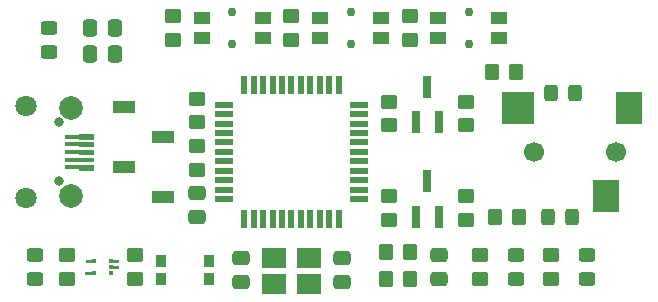
<source format=gbr>
%TF.GenerationSoftware,KiCad,Pcbnew,(6.0.0)*%
%TF.CreationDate,2022-01-08T12:12:36-06:00*%
%TF.ProjectId,microkfd,6d696372-6f6b-4666-942e-6b696361645f,B*%
%TF.SameCoordinates,Original*%
%TF.FileFunction,Soldermask,Top*%
%TF.FilePolarity,Negative*%
%FSLAX46Y46*%
G04 Gerber Fmt 4.6, Leading zero omitted, Abs format (unit mm)*
G04 Created by KiCad (PCBNEW (6.0.0)) date 2022-01-08 12:12:36*
%MOMM*%
%LPD*%
G01*
G04 APERTURE LIST*
G04 Aperture macros list*
%AMRoundRect*
0 Rectangle with rounded corners*
0 $1 Rounding radius*
0 $2 $3 $4 $5 $6 $7 $8 $9 X,Y pos of 4 corners*
0 Add a 4 corners polygon primitive as box body*
4,1,4,$2,$3,$4,$5,$6,$7,$8,$9,$2,$3,0*
0 Add four circle primitives for the rounded corners*
1,1,$1+$1,$2,$3*
1,1,$1+$1,$4,$5*
1,1,$1+$1,$6,$7*
1,1,$1+$1,$8,$9*
0 Add four rect primitives between the rounded corners*
20,1,$1+$1,$2,$3,$4,$5,0*
20,1,$1+$1,$4,$5,$6,$7,0*
20,1,$1+$1,$6,$7,$8,$9,0*
20,1,$1+$1,$8,$9,$2,$3,0*%
G04 Aperture macros list end*
%ADD10C,0.100000*%
%ADD11R,1.500000X0.550000*%
%ADD12R,0.550000X1.500000*%
%ADD13R,1.300000X0.450000*%
%ADD14C,2.000000*%
%ADD15C,1.800000*%
%ADD16C,0.800000*%
%ADD17RoundRect,0.250000X0.475000X-0.337500X0.475000X0.337500X-0.475000X0.337500X-0.475000X-0.337500X0*%
%ADD18RoundRect,0.250000X-0.475000X0.337500X-0.475000X-0.337500X0.475000X-0.337500X0.475000X0.337500X0*%
%ADD19RoundRect,0.250000X-0.337500X-0.475000X0.337500X-0.475000X0.337500X0.475000X-0.337500X0.475000X0*%
%ADD20RoundRect,0.249999X-0.325001X-0.450001X0.325001X-0.450001X0.325001X0.450001X-0.325001X0.450001X0*%
%ADD21RoundRect,0.249999X0.325001X0.450001X-0.325001X0.450001X-0.325001X-0.450001X0.325001X-0.450001X0*%
%ADD22RoundRect,0.249999X-0.450001X0.325001X-0.450001X-0.325001X0.450001X-0.325001X0.450001X0.325001X0*%
%ADD23RoundRect,0.249999X0.450001X-0.325001X0.450001X0.325001X-0.450001X0.325001X-0.450001X-0.325001X0*%
%ADD24R,2.200000X2.800000*%
%ADD25R,2.800000X2.800000*%
%ADD26C,1.700000*%
%ADD27R,1.900000X1.000000*%
%ADD28R,0.800000X1.900000*%
%ADD29RoundRect,0.249999X-0.450001X0.350001X-0.450001X-0.350001X0.450001X-0.350001X0.450001X0.350001X0*%
%ADD30RoundRect,0.249999X0.450001X-0.350001X0.450001X0.350001X-0.450001X0.350001X-0.450001X-0.350001X0*%
%ADD31RoundRect,0.249999X-0.350001X-0.450001X0.350001X-0.450001X0.350001X0.450001X-0.350001X0.450001X0*%
%ADD32R,0.900000X1.000000*%
%ADD33R,1.450000X1.000000*%
%ADD34C,0.750000*%
%ADD35R,0.450000X0.300000*%
%ADD36R,2.100000X1.800000*%
G04 APERTURE END LIST*
D10*
X98100000Y-110350000D02*
X97550000Y-110350000D01*
X97550000Y-110350000D02*
X97550000Y-110150000D01*
X97550000Y-110150000D02*
X98100000Y-110150000D01*
X98100000Y-110150000D02*
X98100000Y-110350000D01*
G36*
X98100000Y-110350000D02*
G01*
X97550000Y-110350000D01*
X97550000Y-110150000D01*
X98100000Y-110150000D01*
X98100000Y-110350000D01*
G37*
X98100000Y-110350000D02*
X97550000Y-110350000D01*
X97550000Y-110150000D01*
X98100000Y-110150000D01*
X98100000Y-110350000D01*
X98100000Y-109350000D02*
X97600000Y-109350000D01*
X97600000Y-109350000D02*
X97600000Y-109150000D01*
X97600000Y-109150000D02*
X98100000Y-109150000D01*
X98100000Y-109150000D02*
X98100000Y-109350000D01*
G36*
X98100000Y-109350000D02*
G01*
X97600000Y-109350000D01*
X97600000Y-109150000D01*
X98100000Y-109150000D01*
X98100000Y-109350000D01*
G37*
X98100000Y-109350000D02*
X97600000Y-109350000D01*
X97600000Y-109150000D01*
X98100000Y-109150000D01*
X98100000Y-109350000D01*
X100350000Y-109350000D02*
X99900000Y-109350000D01*
X99900000Y-109350000D02*
X99900000Y-109150000D01*
X99900000Y-109150000D02*
X100350000Y-109150000D01*
X100350000Y-109150000D02*
X100350000Y-109350000D01*
G36*
X100350000Y-109350000D02*
G01*
X99900000Y-109350000D01*
X99900000Y-109150000D01*
X100350000Y-109150000D01*
X100350000Y-109350000D01*
G37*
X100350000Y-109350000D02*
X99900000Y-109350000D01*
X99900000Y-109150000D01*
X100350000Y-109150000D01*
X100350000Y-109350000D01*
X100350000Y-109850000D02*
X99900000Y-109850000D01*
X99900000Y-109850000D02*
X99900000Y-109650000D01*
X99900000Y-109650000D02*
X100350000Y-109650000D01*
X100350000Y-109650000D02*
X100350000Y-109850000D01*
G36*
X100350000Y-109850000D02*
G01*
X99900000Y-109850000D01*
X99900000Y-109650000D01*
X100350000Y-109650000D01*
X100350000Y-109850000D01*
G37*
X100350000Y-109850000D02*
X99900000Y-109850000D01*
X99900000Y-109650000D01*
X100350000Y-109650000D01*
X100350000Y-109850000D01*
X98200000Y-101500000D02*
X97000000Y-101500000D01*
X97000000Y-101500000D02*
X97000000Y-101100000D01*
X97000000Y-101100000D02*
X98200000Y-101100000D01*
X98200000Y-101100000D02*
X98200000Y-101500000D01*
G36*
X98200000Y-101500000D02*
G01*
X97000000Y-101500000D01*
X97000000Y-101100000D01*
X98200000Y-101100000D01*
X98200000Y-101500000D01*
G37*
X98200000Y-101500000D02*
X97000000Y-101500000D01*
X97000000Y-101100000D01*
X98200000Y-101100000D01*
X98200000Y-101500000D01*
X98200000Y-100800000D02*
X97000000Y-100800000D01*
X97000000Y-100800000D02*
X97000000Y-100500000D01*
X97000000Y-100500000D02*
X98200000Y-100500000D01*
X98200000Y-100500000D02*
X98200000Y-100800000D01*
G36*
X98200000Y-100800000D02*
G01*
X97000000Y-100800000D01*
X97000000Y-100500000D01*
X98200000Y-100500000D01*
X98200000Y-100800000D01*
G37*
X98200000Y-100800000D02*
X97000000Y-100800000D01*
X97000000Y-100500000D01*
X98200000Y-100500000D01*
X98200000Y-100800000D01*
X98200000Y-100200000D02*
X97000000Y-100200000D01*
X97000000Y-100200000D02*
X97000000Y-99800000D01*
X97000000Y-99800000D02*
X98200000Y-99800000D01*
X98200000Y-99800000D02*
X98200000Y-100200000D01*
G36*
X98200000Y-100200000D02*
G01*
X97000000Y-100200000D01*
X97000000Y-99800000D01*
X98200000Y-99800000D01*
X98200000Y-100200000D01*
G37*
X98200000Y-100200000D02*
X97000000Y-100200000D01*
X97000000Y-99800000D01*
X98200000Y-99800000D01*
X98200000Y-100200000D01*
X98200000Y-99500000D02*
X97000000Y-99500000D01*
X97000000Y-99500000D02*
X97000000Y-99200000D01*
X97000000Y-99200000D02*
X98200000Y-99200000D01*
X98200000Y-99200000D02*
X98200000Y-99500000D01*
G36*
X98200000Y-99500000D02*
G01*
X97000000Y-99500000D01*
X97000000Y-99200000D01*
X98200000Y-99200000D01*
X98200000Y-99500000D01*
G37*
X98200000Y-99500000D02*
X97000000Y-99500000D01*
X97000000Y-99200000D01*
X98200000Y-99200000D01*
X98200000Y-99500000D01*
X98200000Y-98900000D02*
X97000000Y-98900000D01*
X97000000Y-98900000D02*
X97000000Y-98500000D01*
X97000000Y-98500000D02*
X98200000Y-98500000D01*
X98200000Y-98500000D02*
X98200000Y-98900000D01*
G36*
X98200000Y-98900000D02*
G01*
X97000000Y-98900000D01*
X97000000Y-98500000D01*
X98200000Y-98500000D01*
X98200000Y-98900000D01*
G37*
X98200000Y-98900000D02*
X97000000Y-98900000D01*
X97000000Y-98500000D01*
X98200000Y-98500000D01*
X98200000Y-98900000D01*
D11*
%TO.C,U2*%
X109300000Y-96000000D03*
X109300000Y-96800000D03*
X109300000Y-97600000D03*
X109300000Y-98400000D03*
X109300000Y-99200000D03*
X109300000Y-100000000D03*
X109300000Y-100800000D03*
X109300000Y-101600000D03*
X109300000Y-102400000D03*
X109300000Y-103200000D03*
X109300000Y-104000000D03*
D12*
X111000000Y-105700000D03*
X111800000Y-105700000D03*
X112600000Y-105700000D03*
X113400000Y-105700000D03*
X114200000Y-105700000D03*
X115000000Y-105700000D03*
X115800000Y-105700000D03*
X116600000Y-105700000D03*
X117400000Y-105700000D03*
X118200000Y-105700000D03*
X119000000Y-105700000D03*
D11*
X120700000Y-104000000D03*
X120700000Y-103200000D03*
X120700000Y-102400000D03*
X120700000Y-101600000D03*
X120700000Y-100800000D03*
X120700000Y-100000000D03*
X120700000Y-99200000D03*
X120700000Y-98400000D03*
X120700000Y-97600000D03*
X120700000Y-96800000D03*
X120700000Y-96000000D03*
D12*
X119000000Y-94300000D03*
X118200000Y-94300000D03*
X117400000Y-94300000D03*
X116600000Y-94300000D03*
X115800000Y-94300000D03*
X115000000Y-94300000D03*
X114200000Y-94300000D03*
X113400000Y-94300000D03*
X112600000Y-94300000D03*
X111800000Y-94300000D03*
X111000000Y-94300000D03*
%TD*%
D13*
%TO.C,J1*%
X96400000Y-98700000D03*
X96400000Y-99350000D03*
X96400000Y-100000000D03*
X96400000Y-100650000D03*
X96400000Y-101300000D03*
D14*
X96350000Y-96275000D03*
X96350000Y-103725000D03*
D15*
X92550000Y-96125000D03*
X92550000Y-103875000D03*
D16*
X95300000Y-97500000D03*
X95300000Y-102500000D03*
%TD*%
D17*
%TO.C,C1*%
X119250000Y-108962500D03*
X119250000Y-111037500D03*
%TD*%
D18*
%TO.C,C2*%
X110750000Y-111037500D03*
X110750000Y-108962500D03*
%TD*%
%TO.C,C3*%
X107000000Y-103462500D03*
X107000000Y-105537500D03*
%TD*%
D19*
%TO.C,C4*%
X97962500Y-89500000D03*
X100037500Y-89500000D03*
%TD*%
D17*
%TO.C,C5*%
X127500000Y-110787500D03*
X127500000Y-108712500D03*
%TD*%
D19*
%TO.C,C6*%
X100037500Y-91750000D03*
X97962500Y-91750000D03*
%TD*%
D20*
%TO.C,D1*%
X136975000Y-95000000D03*
X139025000Y-95000000D03*
%TD*%
D21*
%TO.C,D2*%
X138775000Y-105500000D03*
X136725000Y-105500000D03*
%TD*%
D22*
%TO.C,D3*%
X93250000Y-110775000D03*
X93250000Y-108725000D03*
%TD*%
D23*
%TO.C,D4*%
X134000000Y-110750000D03*
X134000000Y-108700000D03*
%TD*%
%TO.C,D5*%
X140000000Y-108725000D03*
X140000000Y-110775000D03*
%TD*%
D22*
%TO.C,F1*%
X94500000Y-89475000D03*
X94500000Y-91525000D03*
%TD*%
D24*
%TO.C,J2*%
X141600000Y-103700000D03*
X143600000Y-96300000D03*
D25*
X134200000Y-96300000D03*
D26*
X142500000Y-100000000D03*
X135500000Y-100000000D03*
%TD*%
D27*
%TO.C,J3*%
X104150000Y-103810000D03*
X104150000Y-98730000D03*
X100850000Y-101270000D03*
X100850000Y-96190000D03*
%TD*%
D28*
%TO.C,Q1*%
X125550000Y-97500000D03*
X127450000Y-97500000D03*
X126500000Y-94500000D03*
%TD*%
%TO.C,Q2*%
X126500000Y-102500000D03*
X127450000Y-105500000D03*
X125550000Y-105500000D03*
%TD*%
D29*
%TO.C,R1*%
X107000000Y-99500000D03*
X107000000Y-101500000D03*
%TD*%
%TO.C,R2*%
X107000000Y-97500000D03*
X107000000Y-95500000D03*
%TD*%
D30*
%TO.C,R3*%
X101750000Y-108750000D03*
X101750000Y-110750000D03*
%TD*%
D31*
%TO.C,R4*%
X123000000Y-110750000D03*
X125000000Y-110750000D03*
%TD*%
D30*
%TO.C,R5*%
X105000000Y-88500000D03*
X105000000Y-90500000D03*
%TD*%
D31*
%TO.C,R6*%
X123000000Y-108500000D03*
X125000000Y-108500000D03*
%TD*%
D30*
%TO.C,R7*%
X115000000Y-90500000D03*
X115000000Y-88500000D03*
%TD*%
%TO.C,R8*%
X123250000Y-95750000D03*
X123250000Y-97750000D03*
%TD*%
%TO.C,R9*%
X123250000Y-105750000D03*
X123250000Y-103750000D03*
%TD*%
D29*
%TO.C,R10*%
X129750000Y-95750000D03*
X129750000Y-97750000D03*
%TD*%
D30*
%TO.C,R11*%
X129750000Y-105750000D03*
X129750000Y-103750000D03*
%TD*%
%TO.C,R12*%
X125000000Y-88500000D03*
X125000000Y-90500000D03*
%TD*%
D31*
%TO.C,R13*%
X132000000Y-93250000D03*
X134000000Y-93250000D03*
%TD*%
%TO.C,R14*%
X134250000Y-105500000D03*
X132250000Y-105500000D03*
%TD*%
D29*
%TO.C,R15*%
X96000000Y-110750000D03*
X96000000Y-108750000D03*
%TD*%
%TO.C,R16*%
X131000000Y-108750000D03*
X131000000Y-110750000D03*
%TD*%
%TO.C,R17*%
X137000000Y-110750000D03*
X137000000Y-108750000D03*
%TD*%
D32*
%TO.C,SW1*%
X108050000Y-110800000D03*
X108050000Y-109200000D03*
X103950000Y-110800000D03*
X103950000Y-109200000D03*
%TD*%
D33*
%TO.C,SW2*%
X112575000Y-90350000D03*
X107425000Y-90350000D03*
X107425000Y-88650000D03*
X112575000Y-88650000D03*
D34*
X110000000Y-90875000D03*
X110000000Y-88125000D03*
%TD*%
%TO.C,SW3*%
X120000000Y-88125000D03*
X120000000Y-90875000D03*
D33*
X122575000Y-88650000D03*
X117425000Y-88650000D03*
X117425000Y-90350000D03*
X122575000Y-90350000D03*
%TD*%
%TO.C,SW4*%
X132575000Y-90350000D03*
X127425000Y-90350000D03*
X127425000Y-88650000D03*
X132575000Y-88650000D03*
D34*
X130000000Y-90875000D03*
X130000000Y-88125000D03*
%TD*%
D35*
%TO.C,U1*%
X99700000Y-110250000D03*
X99700000Y-109250000D03*
X98300000Y-110250000D03*
X99700000Y-109750000D03*
X98300000Y-109250000D03*
%TD*%
D36*
%TO.C,Y1*%
X113550000Y-111200000D03*
X116450000Y-111200000D03*
X116450000Y-109000000D03*
X113550000Y-109000000D03*
%TD*%
M02*

</source>
